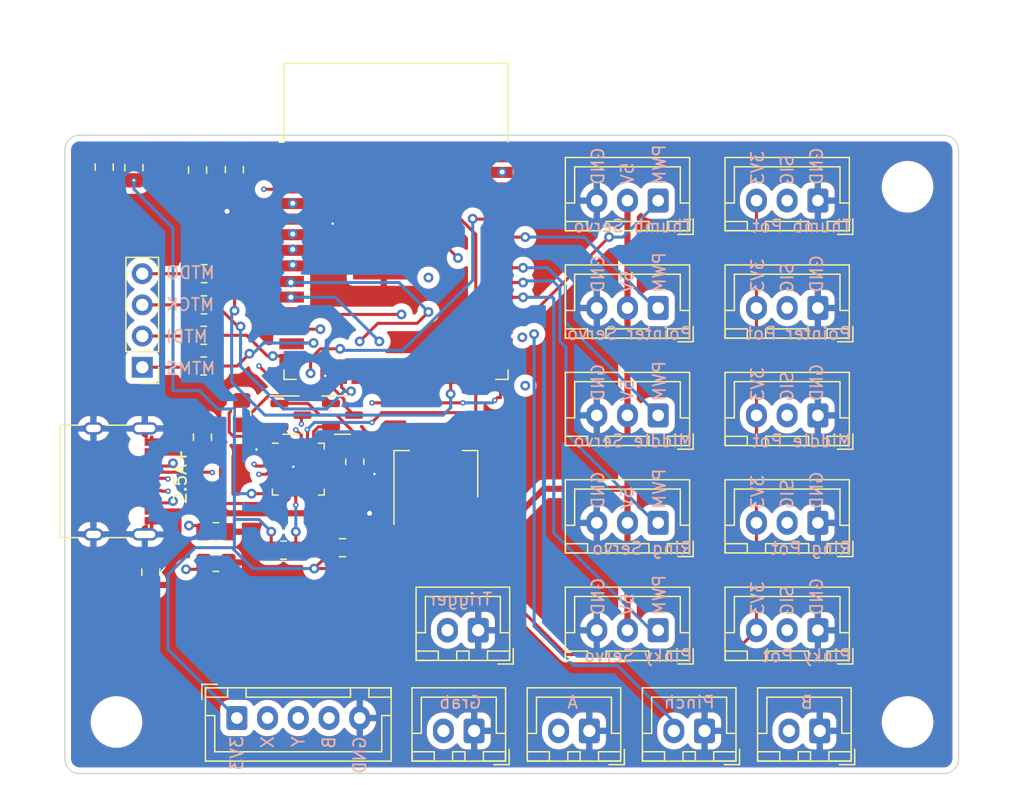
<source format=kicad_pcb>
(kicad_pcb (version 20211014) (generator pcbnew)
  (layers (0 "F.Cu" signal) (1 "In1.Cu" signal) (2 "In2.Cu" signal) (31 "B.Cu" signal) (34 "B.Paste" user) (35 "F.Paste" user) (36 "B.SilkS" user "B.Silkscreen") (37 "F.SilkS" user "F.Silkscreen") (38 "B.Mask" user) (39 "F.Mask" user) (44 "Edge.Cuts" user))
  (net 0 "")
  (net 1 "GND")
  (net 2 "BtnA")
  (net 3 "BtnB")
  (net 4 "BtnGrab")
  (net 5 "BtnPinch")
  (net 6 "BtnTrigger")
  (net 7 "+5V")
  (net 8 "+3V3")
  (net 11 "JoyX")
  (net 12 "JoyY")
  (net 13 "JoyClick")
  (net 14 "/MTMS")
  (net 15 "/MTDI")
  (net 16 "/MTCK")
  (net 17 "/MTDO")
  (net 18 "MiddlePWM")
  (net 19 "PinkyPWM")
  (net 20 "PointerPWM")
  (net 21 "JTAG_MTDO")
  (net 22 "RingPWM")
  (net 23 "MiddlePot")
  (net 24 "PinkyPot")
  (net 25 "PointerPot")
  (net 26 "RingPot")
  (net 27 "ThumbPot")
  (net 28 "ThumbPWM")
  (net 40 "Net-(J1-PadA7)")
  (net 41 "Net-(J1-PadA6)")
  (net 42 "Net-(Q1-Pad1)")
  (net 43 "Net-(Q1-Pad2)")
  (net 44 "EN")
  (net 45 "Net-(Q2-Pad1)")
  (net 46 "Net-(Q2-Pad2)")
  (net 47 "IO0")
  (net 48 "RXD")
  (net 49 "TXD")
  (net 62 "Net-(J1-PadB5)")
  (net 63 "Net-(J1-PadA5)")
  (net 64 "Net-(U3-Pad9)")
  (footprint "MountingHole:MountingHole_3.2mm_M3" (layer "F.Cu") (at 178.8 60.4)
    (fp_text reference "REF**" hide)
    (fp_text value "MountingHole_3.2mm_M3")
  )
  (footprint "Connector_JST:JST_XH_B3B-XH-A_1x03_P2.50mm_Vertical" (layer "F.Cu") (at 171.5 96.525 180)
    (fp_text reference "RV_Pinky1" hide)
    (fp_text value "Pinky Potentiometer")
  )
  (footprint "Capacitor_SMD:C_0805_2012Metric_Pad1.18x1.45mm_HandSolder" (layer "F.Cu") (at 117.2 91.8 90)
    (fp_text reference "C3" hide)
    (fp_text value "0.1uF")
  )
  (footprint "Connector_JST:JST_XH_B2B-XH-A_1x02_P2.50mm_Vertical" (layer "F.Cu") (at 152.894444 104.725 180)
    (fp_text reference "BTN_A1" hide)
    (fp_text value "Button A")
  )
  (footprint "Capacitor_SMD:C_0805_2012Metric_Pad1.18x1.45mm_HandSolder" (layer "F.Cu") (at 124 59 90)
    (fp_text reference "C2" hide)
    (fp_text value "0.1uF")
  )
  (footprint "Connector_JST:JST_XH_B3B-XH-A_1x03_P2.50mm_Vertical" (layer "F.Cu") (at 158.5 87.775 180)
    (fp_text reference "Ring_Servo1" hide)
    (fp_text value "Ring Servo")
  )
  (footprint "Resistor_SMD:R_0805_2012Metric_Pad1.20x1.40mm_HandSolder" (layer "F.Cu") (at 133.8 82.8 90)
    (fp_text reference "R3" hide)
    (fp_text value "10k")
  )
  (footprint "Capacitor_SMD:C_0805_2012Metric_Pad1.18x1.45mm_HandSolder" (layer "F.Cu") (at 121 59.0375 90)
    (fp_text reference "C1" hide)
    (fp_text value "10uF")
  )
  (footprint "Resistor_SMD:R_0805_2012Metric_Pad1.20x1.40mm_HandSolder" (layer "F.Cu") (at 121.54 67.48 180)
    (fp_text reference "R7" hide)
    (fp_text value "100")
  )
  (footprint "Connector_JST:JST_XH_B3B-XH-A_1x03_P2.50mm_Vertical" (layer "F.Cu") (at 171.5 87.775 180)
    (fp_text reference "RV_Pointer1" hide)
    (fp_text value "Pointer Potentiometer")
  )
  (footprint "Connector_JST:JST_XH_B2B-XH-A_1x02_P2.50mm_Vertical" (layer "F.Cu") (at 143.85 96.525 180)
    (fp_text reference "BTN_Trigger1" hide)
    (fp_text value "Trigger")
  )
  (footprint "Resistor_SMD:R_0805_2012Metric_Pad1.20x1.40mm_HandSolder" (layer "F.Cu") (at 122.5 88.5)
    (fp_text reference "R2" hide)
    (fp_text value "5.1k")
  )
  (footprint "Connector_JST:JST_XH_B2B-XH-A_1x02_P2.50mm_Vertical" (layer "F.Cu") (at 171.65 104.725 180)
    (fp_text reference "BTN_B1" hide)
    (fp_text value "Button B")
  )
  (footprint "Resistor_SMD:R_0805_2012Metric_Pad1.20x1.40mm_HandSolder" (layer "F.Cu") (at 121.52 70.02 180)
    (fp_text reference "R6" hide)
    (fp_text value "100")
  )
  (footprint "RF_Module:ESP32-WROOM-32" (layer "F.Cu") (at 137.16 66.21)
    (fp_text reference "U2" hide)
    (fp_text value "ESP32-WROOM-32D")
  )
  (footprint "Capacitor_SMD:C_0805_2012Metric_Pad1.18x1.45mm_HandSolder" (layer "F.Cu") (at 132.8 89.8)
    (fp_text reference "C_Out1" hide)
    (fp_text value "100uF")
  )
  (footprint "Resistor_SMD:R_0805_2012Metric_Pad1.20x1.40mm_HandSolder" (layer "F.Cu") (at 121.5 75 180)
    (fp_text reference "R4" hide)
    (fp_text value "100")
  )
  (footprint "Connector_JST:JST_XH_B5B-XH-A_1x05_P2.50mm_Vertical" (layer "F.Cu") (at 124.2 103.675)
    (fp_text reference "J2" hide)
    (fp_text value "Joystick")
  )
  (footprint "Resistor_SMD:R_0805_2012Metric_Pad1.20x1.40mm_HandSolder" (layer "F.Cu") (at 121.5 72.5 180)
    (fp_text reference "R5" hide)
    (fp_text value "100")
  )
  (footprint "MountingHole:MountingHole_3.2mm_M3" (layer "F.Cu") (at 114.4 104)
    (fp_text reference "REF**" hide)
    (fp_text value "MountingHole_3.2mm_M3")
  )
  (footprint "Connector_JST:JST_XH_B2B-XH-A_1x02_P2.50mm_Vertical" (layer "F.Cu") (at 143.516667 104.725 180)
    (fp_text reference "BTN_Grab1" hide)
    (fp_text value "Grab")
  )
  (footprint "Connector_JST:JST_XH_B3B-XH-A_1x03_P2.50mm_Vertical" (layer "F.Cu") (at 158.5 96.525 180)
    (fp_text reference "Pinky_Servo1" hide)
    (fp_text value "Pinky Servo")
  )
  (footprint "Package_TO_SOT_SMD:SOT-23" (layer "F.Cu") (at 132.8 79)
    (fp_text reference "Q1" hide)
    (fp_text value "2N7002")
  )
  (footprint "Connector_JST:JST_XH_B3B-XH-A_1x03_P2.50mm_Vertical" (layer "F.Cu") (at 171.5 70.275 180)
    (fp_text reference "RV_Ring1" hide)
    (fp_text value "Ring Potentiometer")
  )
  (footprint "Resistor_SMD:R_0805_2012Metric_Pad1.20x1.40mm_HandSolder" (layer "F.Cu") (at 124.6 78.8 90)
    (fp_text reference "R8" hide)
    (fp_text value "10k")
  )
  (footprint "Package_DFN_QFN:QFN-24-1EP_4x4mm_P0.5mm_EP2.6x2.6mm" (layer "F.Cu") (at 129.2 83.4)
    (fp_text reference "U3" hide)
    (fp_text value "CP2102N-Axx-xQFN24")
  )
  (footprint "Connector_USB:USB_C_Receptacle_XKB_U262-16XN-4BVC11" (layer "F.Cu") (at 113.6 84.4 -90)
    (fp_text reference "J1" hide)
    (fp_text value "USB_C_Receptacle_USB2.0")
  )
  (footprint "Connector_JST:JST_XH_B3B-XH-A_1x03_P2.50mm_Vertical" (layer "F.Cu") (at 158.5 70.275 180)
    (fp_text reference "Pointer_Servo1" hide)
    (fp_text value "Pointer Servo")
  )
  (footprint "Capacitor_SMD:C_0805_2012Metric_Pad1.18x1.45mm_HandSolder" (layer "F.Cu") (at 115.82 58.8375 90)
    (fp_text reference "C5" hide)
    (fp_text value "0.1uF")
  )
  (footprint "Connector_JST:JST_XH_B3B-XH-A_1x03_P2.50mm_Vertical" (layer "F.Cu") (at 158.5 79.025 180)
    (fp_text reference "Middle_Servo1" hide)
    (fp_text value "Middle Servo")
  )
  (footprint "Capacitor_SMD:C_0805_2012Metric_Pad1.18x1.45mm_HandSolder" (layer "F.Cu") (at 113.4 58.8 90)
    (fp_text reference "C4" hide)
    (fp_text value "10uF")
  )
  (footprint "Connector_JST:JST_XH_B2B-XH-A_1x02_P2.50mm_Vertical" (layer "F.Cu") (at 162.272221 104.725 180)
    (fp_text reference "BTN_Pinch1" hide)
    (fp_text value "Pinch")
  )
  (footprint "MountingHole:MountingHole_3.2mm_M3" (layer "F.Cu") (at 178.8 104)
    (fp_text reference "REF**" hide)
    (fp_text value "MountingHole_3.2mm_M3")
  )
  (footprint "Connector_PinHeader_2.54mm:PinHeader_1x04_P2.54mm_Vertical" (layer "F.Cu") (at 116.5 75.1 180)
    (fp_text reference "J_JTAG1" hide)
    (fp_text value "Conn_01x04")
  )
  (footprint "Resistor_SMD:R_0805_2012Metric_Pad1.20x1.40mm_HandSolder" (layer "F.Cu") (at 128 90)
    (fp_text reference "R9" hide)
    (fp_text value "1k")
  )
  (footprint "Resistor_SMD:R_0805_2012Metric_Pad1.20x1.40mm_HandSolder" (layer "F.Cu") (at 122.5 91)
    (fp_text reference "R1" hide)
    (fp_text value "5.1k")
  )
  (footprint "Connector_JST:JST_XH_B3B-XH-A_1x03_P2.50mm_Vertical" (layer "F.Cu") (at 171.5 61.525 180)
    (fp_text reference "RV_Thumb1" hide)
    (fp_text value "Thumb Potentiometer")
  )
  (footprint "Capacitor_SMD:C_0805_2012Metric_Pad1.18x1.45mm_HandSolder" (layer "F.Cu") (at 121.4 80.8 90)
    (fp_text reference "C_In1" hide)
    (fp_text value "10uF")
  )
  (footprint "Connector_JST:JST_XH_B3B-XH-A_1x03_P2.50mm_Vertical" (layer "F.Cu") (at 171.5 79.025 180)
    (fp_text reference "RV_Middle1" hide)
    (fp_text value "Middle Potentiometer")
  )
  (footprint "Package_TO_SOT_SMD:SOT-23" (layer "F.Cu") (at 128.6 79)
    (fp_text reference "Q2" hide)
    (fp_text value "2N7002")
  )
  (footprint "Package_TO_SOT_SMD:SOT-223" (layer "F.Cu") (at 140.4 83.8 90)
    (fp_text reference "U1" hide)
    (fp_text value "LM1117-3.3")
  )
  (footprint "Connector_JST:JST_XH_B3B-XH-A_1x03_P2.50mm_Vertical" (layer "F.Cu") (at 158.5 61.525 180)
    (fp_text reference "Thumb_Servo1" hide)
    (fp_text value "Thumb Servo")
  )
  (gr_arc (start 181.751472 56.2) (mid 182.6 56.551472) (end 182.951472 57.4) (layer "Edge.Cuts") (width 0.1))
  (gr_line (start 181.751472 56.2) (end 111.4 56.2) (layer "Edge.Cuts") (width 0.1))
  (gr_line (start 111.4 108.2) (end 181.751472 108.2) (layer "Edge.Cuts") (width 0.1))
  (gr_arc (start 182.951472 107) (mid 182.6 107.848528) (end 181.751472 108.2) (layer "Edge.Cuts") (width 0.1))
  (gr_arc (start 111.4 108.2) (mid 110.551472 107.848528) (end 110.2 107) (layer "Edge.Cuts") (width 0.1))
  (gr_line (start 182.951472 107) (end 182.951472 57.4) (layer "Edge.Cuts") (width 0.1))
  (gr_line (start 110.2 107) (end 110.2 57.4) (layer "Edge.Cuts") (width 0.1))
  (gr_arc (start 110.2 57.4) (mid 110.551472 56.551472) (end 111.4 56.2) (layer "Edge.Cuts") (width 0.1))
  (gr_text "3V3" (at 166.6 85.261905 90) (layer "B.SilkS") (effects (font (size 1 1)) (justify mirror)))
  (gr_text "GND" (at 153.6 67.490476 90) (layer "B.SilkS") (effects (font (size 1 1)) (justify mirror)))
  (gr_text "Ring Pot" (at 170.961905 89.85) (layer "B.SilkS") (effects (font (size 1 1)) (justify mirror)))
  (gr_text "Middle Servo" (at 156.438095 81.1) (layer "B.SilkS") (effects (font (size 1 1)) (justify mirror)))
  (gr_text "GND" (at 171.4 93.780953 90) (layer "B.SilkS") (effects (font (size 1 1)) (justify mirror)))
  (gr_text "PWM" (at 158.6 93.661905 90) (layer "B.SilkS") (effects (font (size 1 1)) (justify mirror)))
  (gr_text "Pointer Servo" (at 156.176191 72.35) (layer "B.SilkS") (effects (font (size 1 1)) (justify mirror)))
  (gr_text "MTDO" (at 120.423809 67.4) (layer "B.SilkS") (effects (font (size 1 1)) (justify mirror)))
  (gr_text "Ring Servo" (at 157.2 89.85) (layer "B.SilkS") (effects (font (size 1 1)) (justify mirror)))
  (gr_text "5V" (at 156 94.4 90) (layer "B.SilkS") (effects (font (size 1 1)) (justify mirror)))
  (gr_text "GND" (at 171.4 76.34762 90) (layer "B.SilkS") (effects (font (size 1 1)) (justify mirror)))
  (gr_text "Middle Pot" (at 170.2 81.1) (layer "B.SilkS") (effects (font (size 1 1)) (justify mirror)))
  (gr_text "GND" (at 134.2 106.695238 90) (layer "B.SilkS") (effects (font (size 1 1)) (justify mirror)))
  (gr_text "5V" (at 156 59.338095 90) (layer "B.SilkS") (effects (font (size 1 1)) (justify mirror)))
  (gr_text "B" (at 131.7 105.671428 90) (layer "B.SilkS") (effects (font (size 1 1)) (justify mirror)))
  (gr_text "B" (at 170.6 102.4) (layer "B.SilkS") (effects (font (size 1 1)) (justify mirror)))
  (gr_text "PWM" (at 158.6 76.228572 90) (layer "B.SilkS") (effects (font (size 1 1)) (justify mirror)))
  (gr_text "5V" (at 156 68.109523 90) (layer "B.SilkS") (effects (font (size 1 1)) (justify mirror)))
  (gr_text "PWM" (at 158.6 85 90) (layer "B.SilkS") (effects (font (size 1 1)) (justify mirror)))
  (gr_text "3V3" (at 166.6 93.92381 90) (layer "B.SilkS") (effects (font (size 1 1)) (justify mirror)))
  (gr_text "GND" (at 153.6 76.34762 90) (layer "B.SilkS") (effects (font (size 1 1)) (justify mirror)))
  (gr_text "Pointer Pot" (at 169.938095 72.35) (layer "B.SilkS") (effects (font (size 1 1)) (justify mirror)))
  (gr_text "GND" (at 153.6 58.719048 90) (layer "B.SilkS") (effects (font (size 1 1)) (justify mirror)))
  (gr_text "Thumb Servo" (at 156.438095 63.6) (layer "B.SilkS") (effects (font (size 1 1)) (justify mirror)))
  (gr_text "SIG" (at 169 67.8 90) (layer "B.SilkS") (effects (font (size 1 1)) (justify mirror)))
  (gr_text "5V" (at 156 85.738095 90) (layer "B.SilkS") (effects (font (size 1 1)) (justify mirror)))
  (gr_text "GND" (at 171.4 85.119048 90) (layer "B.SilkS") (effects (font (size 1 1)) (justify mirror)))
  (gr_text "SIG" (at 169 85.428572 90) (layer "B.SilkS") (effects (font (size 1 1)) (justify mirror)))
  (gr_text "SIG" (at 169 59.028572 90) (layer "B.SilkS") (effects (font (size 1 1)) (justify mirror)))
  (gr_text "Grab" (at 142.4 102.4) (layer "B.SilkS") (effects (font (size 1 1)) (justify mirror)))
  (gr_text "GND" (at 171.4 58.719048 90) (layer "B.SilkS") (effects (font (size 1 1)) (justify mirror)))
  (gr_text "SIG" (at 169 76.657144 90) (layer "B.SilkS") (effects (font (size 1 1)) (justify mirror)))
  (gr_text "Pinch" (at 161.033333 102.4) (layer "B.SilkS") (effects (font (size 1 1)) (justify mirror)))
  (gr_text "GND" (at 171.4 67.490476 90) (layer "B.SilkS") (effects (font (size 1 1)) (justify mirror)))
  (gr_text "Y" (at 129.2 105.6 90) (layer "B.SilkS") (effects (font (size 1 1)) (justify mirror)))
  (gr_text "3V3" (at 166.6 67.633333 90) (layer "B.SilkS") (effects (font (size 1 1)) (justify mirror)))
  (gr_text "3V3" (at 124.2 106.552381 90) (layer "B.SilkS") (effects (font (size 1 1)) (justify mirror)))
  (gr_text "Pinky Pot" (at 170.628572 98.6) (layer "B.SilkS") (effects (font (size 1 1)) (justify mirror)))
  (gr_text "Thumb Pot" (at 170.2 63.6) (layer "B.SilkS") (effects (font (size 1 1)) (justify mirror)))
  (gr_text "MTMS" (at 120.447619 75.2) (layer "B.SilkS") (effects (font (size 1 1)) (justify mirror)))
  (gr_text "Trigger" (at 142.4 94) (layer "B.SilkS") (effects (font (size 1 1)) (justify mirror)))
  (gr_text "PWM" (at 158.6 58.6 90) (layer "B.SilkS") (effects (font (size 1 1)) (justify mirror)))
  (gr_text "SIG" (at 169 94.090477 90) (layer "B.SilkS") (effects (font (size 1 1)) (justify mirror)))
  (gr_text "MTDI" (at 120.138095 72.6) (layer "B.SilkS") (effects (font (size 1 1)) (justify mirror)))
  (gr_text "Pinky Servo" (at 156.866667 98.6) (layer "B.SilkS") (effects (font (size 1 1)) (justify mirror)))
  (gr_text "GND" (at 153.6 93.780953 90) (layer "B.SilkS") (effects (font (size 1 1)) (justify mirror)))
  (gr_text "5V" (at 156 76.966667 90) (layer "B.SilkS") (effects (font (size 1 1)) (justify mirror)))
  (gr_text "3V3" (at 166.6 58.861905 90) (layer "B.SilkS") (effects (font (size 1 1)) (justify mirror)))
  (gr_text "X" (at 126.7 105.647619 90) (layer "B.SilkS") (effects (font (size 1 1)) (justify mirror)))
  (gr_text "GND" (at 153.6 85.119048 90) (layer "B.SilkS") (effects (font (size 1 1)) (justify mirror)))
  (gr_text "PWM" (at 158.6 67.371428 90) (layer "B.SilkS") (effects (font (size 1 1)) (justify mirror)))
  (gr_text "3V3" (at 166.6 76.490477 90) (layer "B.SilkS") (effects (font (size 1 1)) (justify mirror)))
  (gr_text "MTCK" (at 120.4 70) (layer "B.SilkS") (effects (font (size 1 1)) (justify mirror)))
  (gr_text "A" (at 151.538095 102.4) (layer "B.SilkS") (effects (font (size 1 1)) (justify mirror)))
  (gr_text "2.5A+" (at 119.6 84 90) (layer "F.SilkS") (effects (font (size 1 1))))
  (segment (start 127.2625 82.65) (end 126.65 82.65) (width 0.25) (layer "F.Cu") (net 1))
  (segment (start 126.65 82.65) (end 125.8 81.8) (width 0.25) (layer "F.Cu") (net 1))
  (segment (start 117.27 88.155) (end 116.705 88.72) (width 0.25) (layer "F.Cu") (net 1))
  (segment (start 135.05 86.95) (end 135 87) (width 0.25) (layer "F.Cu") (net 1))
  (segment (start 117.27 87.75) (end 117.27 88.155) (width 0.25) (layer "F.Cu") (net 1))
  (segment (start 138.1 86.95) (end 135.05 86.95) (width 0.25) (layer "F.Cu") (net 1))
  (segment (start 116.705 88.72) (end 112.525 88.72) (width 0.25) (layer "F.Cu") (net 1))
  (via (at 128.8 83.2) (size 0.45) (drill 0.2) (layers "F.Cu" "B.Cu") (net 1))
  (via (at 131.4 75.8) (size 0.45) (drill 0.2) (layers "F.Cu" "B.Cu") (net 1))
  (via (at 135 87) (size 0.8) (drill 0.4) (layers "F.Cu" "B.Cu") (net 1))
  (via (at 125.8 81.8) (size 0.45) (drill 0.2) (layers "F.Cu" "B.Cu") (net 1))
  (via (at 123.4 62.4) (size 0.8) (drill 0.4) (layers "F.Cu" "B.Cu") (net 1))
  (via (at 132 63.4) (size 0.45) (drill 0.2) (layers "F.Cu" "B.Cu") (net 1))
  (via (at 135.4 83.8) (size 0.45) (drill 0.2) (layers "F.Cu" "B.Cu") (net 1))
  (segment (start 135 84.2) (end 135.4 83.8) (width 0.25) (layer "B.Cu") (net 1))
  (segment (start 135 87) (end 135 84.2) (width 0.25) (layer "B.Cu") (net 1))
  (segment (start 131 72) (end 128.735 72) (width 0.25) (layer "F.Cu") (net 2))
  (segment (start 128.735 72) (end 128.66 71.925) (width 0.25) (layer "F.Cu") (net 2))
  (via (at 131 72) (size 0.8) (drill 0.4) (layers "F.Cu" "B.Cu") (net 2))
  (segment (start 128.729007 73.125993) (end 128.66 73.195) (width 0.25) (layer "F.Cu") (net 3))
  (segment (start 124.2245 75) (end 122.5 75) (width 0.25) (layer "F.Cu") (net 3))
  (segment (start 125.2245 74) (end 124.2245 75) (width 0.25) (layer "F.Cu") (net 3))
  (segment (start 130.449409 73.125993) (end 128.729007 73.125993) (width 0.25) (layer "F.Cu") (net 3))
  (via (at 125.2245 74) (size 0.8) (drill 0.4) (layers "F.Cu" "B.Cu") (net 3))
  (via (at 130.449409 73.125993) (size 0.8) (drill 0.4) (layers "F.Cu" "B.Cu") (net 3))
  (segment (start 125.2245 74) (end 125.5 74) (width 0.25) (layer "B.Cu") (net 3))
  (segment (start 126.374007 73.125993) (end 130.449409 73.125993) (width 0.25) (layer "B.Cu") (net 3))
  (segment (start 125.5 74) (end 126.374007 73.125993) (width 0.25) (layer "B.Cu") (net 3))
  (segment (start 122.52 70.02) (end 124.2755 71.7755) (width 0.25) (layer "F.Cu") (net 4))
  (segment (start 132.715 76.715) (end 132.715 75.465) (width 0.25) (layer "F.Cu") (net 4))
  (segment (start 124.2755 71.7755) (end 124.5 71.7755) (width 0.25) (layer "F.Cu") (net 4))
  (segment (start 133.063223 77.063223) (end 132.715 76.715) (width 0.25) (layer "F.Cu") (net 4))
  (segment (start 133.495864 77.063223) (end 133.063223 77.063223) (width 0.25) (layer "F.Cu") (net 4))
  (via (at 133.495864 77.063223) (size 0.8) (drill 0.4) (layers "F.Cu" "B.Cu") (net 4))
  (via (at 124.5 71.7755) (size 0.8) (drill 0.4) (layers "F.Cu" "B.Cu") (net 4))
  (segment (start 124.5 75.024614) (end 124.5 71.7755) (width 0.25) (layer "B.Cu") (net 4))
  (segment (start 127.975386 78.5) (end 124.5 75.024614) (width 0.25) (layer "B.Cu") (net 4))
  (segment (start 131.5 78.5) (end 127.975386 78.5) (width 0.25) (layer "B.Cu") (net 4))
  (segment (start 132.936777 77.063223) (end 131.5 78.5) (width 0.25) (layer "B.Cu") (net 4))
  (segment (start 133.495864 77.063223) (end 132.936777 77.063223) (width 0.25) (layer "B.Cu") (net 4))
  (via (at 145.8 59.2) (size 0.8) (drill 0.4) (layers "F.Cu" "B.Cu") (net 5))
  (via (at 148.4 72.4) (size 0.8) (drill 0.4) (layers "F.Cu" "B.Cu") (net 5))
  (segment (start 151.6 99.4) (end 148.4 96.2) (width 0.25) (layer "B.Cu") (net 5))
  (segment (start 159.772221 104.725) (end 159.772221 103.972221) (width 0.25) (layer "B.Cu") (net 5))
  (segment (start 159.772221 103.972221) (end 155.2 99.4) (width 0.25) (layer "B.Cu") (net 5))
  (segment (start 148.4 96.2) (end 148.4 72.4) (width 0.25) (layer "B.Cu") (net 5))
  (segment (start 155.2 99.4) (end 151.6 99.4) (width 0.25) (layer "B.Cu") (net 5))
  (segment (start 125 72.5) (end 122.5 72.5) (width 0.25) (layer "F.Cu") (net 6))
  (segment (start 126.689533 74.189533) (end 125 72.5) (width 0.25) (layer "F.Cu") (net 6))
  (segment (start 127.1245 74.189533) (end 126.689533 74.189533) (width 0.25) (layer "F.Cu") (net 6))
  (segment (start 127.1245 74.189533) (end 128.384533 74.189533) (width 0.25) (layer "F.Cu") (net 6))
  (segment (start 128.384533 74.189533) (end 128.66 74.465) (width 0.25) (layer "F.Cu") (net 6))
  (via (at 127.1245 74.189533) (size 0.8) (drill 0.4) (layers "F.Cu" "B.Cu") (net 6))
  (segment (start 130 87) (end 130.548625 86.451375) (width 0.5) (layer "F.Cu") (net 7))
  (segment (start 128.45 85.797328) (end 128.45 85.3375) (width 0.25) (layer "F.Cu") (net 7))
  (segment (start 123 86.5) (end 123.3 86.2) (width 0.25) (layer "F.Cu") (net 7))
  (segment (start 142.7 86.95) (end 147.25 86.95) (width 0.5) (layer "F.Cu") (net 7))
  (segment (start 123 86.6) (end 123 82.100978) (width 0.5) (layer "F.Cu") (net 7))
  (segment (start 141.599511 85.500489) (end 142.7 86.600978) (width 0.5) (layer "F.Cu") (net 7))
  (segment (start 123.3 86.2) (end 128.047328 86.2) (width 0.25) (layer "F.Cu") (net 7))
  (segment (start 123 86.6) (end 123.4 87) (width 0.5) (layer "F.Cu") (net 7))
  (segment (start 119.450489 86.850489) (end 123 86.850489) (width 0.5) (layer "F.Cu") (net 7))
  (segment (start 156 96.5) (end 156 85) (width 0.5) (layer "F.Cu") (net 7))
  (segment (start 142.7 86.600978) (end 142.7 86.95) (width 0.5) (layer "F.Cu") (net 7))
  (segment (start 156 85) (end 156 61.625) (width 0.5) (layer "F.Cu") (net 7))
  (segment (start 147.25 86.95) (end 149.2 85) (width 0.5) (layer "F.Cu") (net 7))
  (segment (start 123 86.850489) (end 123 86.6) (width 0.5) (layer "F.Cu") (net 7))
  (segment (start 123.050489 82.050489) (end 117.27 82.050489) (width 0.5) (layer "F.Cu") (net 7))
  (segment (start 130.548625 86.37548) (end 131.423616 85.500489) (width 0.5) (layer "F.Cu") (net 7))
  (segment (start 123 82.100978) (end 123.050489 82.050489) (width 0.5) (layer "F.Cu") (net 7))
  (segment (start 131.423616 85.500489) (end 141.599511 85.500489) (width 0.5) (layer "F.Cu") (net 7))
  (segment (start 119.450489 88.512011) (end 117.2 90.7625) (width 0.5) (layer "F.Cu") (net 7))
  (segment (start 128.047328 86.2) (end 128.45 85.797328) (width 0.25) (layer "F.Cu") (net 7))
  (segment (start 123 86.5) (end 123 86.6) (width 0.25) (layer "F.Cu") (net 7))
  (segment (start 119.450489 86.850489) (end 119.450489 88.512011) (width 0.5) (layer "F.Cu") (net 7))
  (segment (start 117.27 86.850489) (end 119.450489 86.850489) (width 0.5) (layer "F.Cu") (net 7))
  (segment (start 123.4 87) (end 130 87) (width 0.5) (layer "F.Cu") (net 7))
  (segment (start 130.548625 86.451375) (end 130.548625 86.37548) (width 0.5) (layer "F.Cu") (net 7))
  (segment (start 149.2 85) (end 156 85) (width 0.5) (layer "F.Cu") (net 7))
  (segment (start 164.525 98.5) (end 166.5 96.525) (width 0.25) (layer "F.Cu") (net 8))
  (segment (start 124.8125 59.225) (end 128.66 59.225) (width 0.25) (layer "F.Cu") (net 8))
  (segment (start 138.849022 88.6) (end 132.9625 88.6) (width 0.25) (layer "F.Cu") (net 8))
  (segment (start 124 60.0375) (end 121.0375 60.0375) (width 0.25) (layer "F.Cu") (net 8))
  (segment (start 121 60.075) (end 120.66 59.735) (width 0.25) (layer "F.Cu") (net 8))
  (segment (start 127.60625 84.99375) (end 127.2 85.4) (width 0.25) (layer "F.Cu") (net 8))
  (segment (start 166.5 96.525) (end 166.5 61.525) (width 0.25) (layer "F.Cu") (net 8))
  (segment (start 127.60625 84.99375) (end 127.2625 84.65) (width 0.25) (layer "F.Cu") (net 8))
  (segment (start 130.5 91.5) (end 144 91.5) (width 0.25) (layer "F.Cu") (net 8))
  (segment (start 120.66 59.735) (end 113.5025 59.735) (width 0.25) (layer "F.Cu") (net 8))
  (segment (start 127.95 85.3375) (end 127.60625 84.99375) (width 0.25) (layer "F.Cu") (net 8))
  (segment (start 151 98.5) (end 164.525 98.5) (width 0.25) (layer "F.Cu") (net 8))
  (segment (start 124 60.0375) (end 124.8125 59.225) (width 0.25) (layer "F.Cu") (net 8))
  (segment (start 121.0375 60.0375) (end 121 60.075) (width 0.25) (layer "F.Cu") (net 8))
  (segment (start 140.4 86.95) (end 140.4 87.049022) (width 0.25) (layer "F.Cu") (net 8))
  (segment (start 132.9625 88.6) (end 131.7625 89.8) (width 0.25) (layer "F.Cu") (net 8))
  (segment (start 131.7625 89.8) (end 131.7625 90.2375) (width 0.25) (layer "F.Cu") (net 8))
  (segment (start 140.4 87.049022) (end 138.849022 88.6) (width 0.25) (layer "F.Cu") (net 8))
  (segment (start 113.5025 59.735) (end 113.4 59.8375) (width 0.25) (layer "F.Cu") (net 8))
  (segment (start 127.2625 84.65) (end 127.2625 84.15) (width 0.25) (layer "F.Cu") (net 8))
  (segment (start 131.7625 90.2375) (end 130.5 91.5) (width 0.25) (layer "F.Cu") (net 8))
  (segment (start 127 90) (end 127 88.5) (width 0.25) (layer "F.Cu") (net 8))
  (segment (start 144 91.5) (end 151 98.5) (width 0.25) (layer "F.Cu") (net 8))
  (segment (start 127.2 85.4) (end 125.4 85.4) (width 0.25) (layer "F.Cu") (net 8))
  (via (at 127 88.5) (size 0.8) (drill 0.4) (layers "F.Cu" "B.Cu") (net 8))
  (via (at 115.82 59.875) (size 0.45) (drill 0.2) (layers "F.Cu" "B.Cu") (net 8))
  (via (at 125.4 85.4) (size 0.8) (drill 0.4) (layers "F.Cu" "B.Cu") (net 8))
  (via (at 130.5 91.5) (size 0.8) (drill 0.4) (layers "F.Cu" "B.Cu") (net 8))
  (segment (start 124 87.5) (end 124 89) (width 0.25) (layer "B.Cu") (net 8))
  (segment (start 124 89) (end 124 90) (width 0.25) (layer "B.Cu") (net 8))
  (segment (start 125.7 91.5) (end 130.5 91.5) (width 0.25) (layer "B.Cu") (net 8))
  (segment (start 120.8 89.8) (end 123.8 89.8) (width 0.25) (layer "B.Cu") (net 8))
  (segment (start 119 63.775) (end 115.82 60.595) (width 0.25) (layer "B.Cu") (net 8))
  (segment (start 122.641047 78.5) (end 121.141047 77) (width 0.25) (layer "B.Cu") (net 8))
  (segment (start 123.8 89.8) (end 124 90) (width 0.25) (layer "B.Cu") (net 8))
  (segment (start 124.2 103.675) (end 118.6 98.075) (width 0.25) (layer "B.Cu") (net 8))
  (segment (start 124 90) (end 125.5 91.5) (width 0.25) (layer "B.Cu") (net 8))
  (segment (start 121.141047 77) (end 119 77) (width 0.25) (layer "B.Cu") (net 8))
  (segment (start 126 87.5) (end 127 88.5) (width 0.25) (layer "B.Cu") (net 8))
  (segment (start 125.5 91.5) (end 125.7 91.5) (width 0.25) (layer "B.Cu") (net 8))
  (segment (start 115.82 60.595) (end 115.82 59.875) (width 0.25) (layer "B.Cu") (net 8))
  (segment (start 124 85.4) (end 124 87.5) (width 0.25) (layer "B.Cu") (net 8))
  (segment (start 119 77) (end 119 63.775) (width 0.25) (layer "B.Cu") (net 8))
  (segment (start 118.6 98.075) (end 118.6 92) (width 0.25) (layer "B.Cu") (net 8))
  (segment (start 124 78.5) (end 122.641047 78.5) (width 0.25) (layer "B.Cu") (net 8))
  (segment (start 118.6 92) (end 120.8 89.8) (width 0.25) (layer "B.Cu") (net 8))
  (segment (start 124 87.5) (end 126 87.5) (width 0.25) (layer "B.Cu") (net 8))
  (segment (start 124 85.4) (end 124 78.5) (width 0.25) (layer "B.Cu") (net 8))
  (segment (start 125.4 85.4) (end 124 85.4) (width 0.25) (layer "B.Cu") (net 8))
  (segment (start 138.875489 71.524511) (end 139.8 70.6) (width 0.25) (layer "F.Cu") (net 11))
  (segment (start 134.2 73) (end 135.675489 71.524511) (width 0.25) (layer "F.Cu") (net 11))
  (segment (start 135.675489 71.524511) (end 138.875489 71.524511) (width 0.25) (layer "F.Cu") (net 11))
  (via (at 134.2 73) (size 0.8) (drill 0.4) (layers "F.Cu" "B.Cu") (net 11))
  (via (at 139.8 70.6) (size 0.8) (drill 0.4) (layers "F.Cu" "B.Cu") (net 11))
  (via (at 128.6 68.2) (size 0.8) (drill 0.4) (layers "F.Cu" "B.Cu") (net 11))
  (segment (start 139.8 70.6) (end 137.4 68.2) (width 0.25) (layer "B.Cu") (net 11))
  (segment (start 137.4 68.2) (end 128.6 68.2) (width 0.25) (layer "B.Cu") (net 11))
  (via (at 135.8 73) (size 0.8) (drill 0.4) (layers "F.Cu" "B.Cu") (net 12))
  (via (at 128.6 69.4) (size 0.8) (drill 0.4) (layers "F.Cu" "B.Cu") (net 12))
  (segment (start 132.2 69.4) (end 128.6 69.4) (width 0.25) (layer "B.Cu") (net 12))
  (segment (start 135.8 73) (end 132.2 69.4) (width 0.25) (layer "B.Cu") (net 12))
  (segment (start 137.6 70.8) (end 128.8 70.8) (width 0.25) (layer "F.Cu") (net 13))
  (segment (start 128.8 70.8) (end 128.6 70.6) (width 0.25) (layer "F.Cu") (net 13))
  (via (at 137.6 70.8) (size 0.8) (drill 0.4) (layers "F.Cu" "B.Cu") (net 13))
  (segment (start 120.4 75.1) (end 116.5 75.1) (width 0.25) (layer "F.Cu") (net 14))
  (segment (start 120.5 75) (end 120.4 75.1) (width 0.25) (layer "F.Cu") (net 14))
  (segment (start 120.44 72.56) (end 116.5 72.56) (width 0.25) (layer "F.Cu") (net 15))
  (segment (start 120.5 72.5) (end 120.44 72.56) (width 0.25) (layer "F.Cu") (net 15))
  (segment (start 116.5 70.02) (end 120.52 70.02) (width 0.25) (layer "F.Cu") (net 16))
  (segment (start 120.54 67.48) (end 116.5 67.48) (width 0.25) (layer "F.Cu") (net 17))
  (segment (start 147.5 67) (end 145.815 67) (width 0.25) (layer "F.Cu") (net 18))
  (segment (start 145.815 67) (end 145.66 66.845) (width 0.25) (layer "F.Cu") (net 18))
  (via (at 147.5 67) (size 0.8) (drill 0.4) (layers "F.Cu" "B.Cu") (net 18))
  (segment (start 150.94952 68.44952) (end 150.94952 71.44952) (width 0.25) (layer "B.Cu") (net 18))
  (segment (start 147.5 67) (end 149.5 67) (width 0.25) (layer "B.Cu") (net 18))
  (segment (start 150.94952 71.44952) (end 158.5 79) (width 0.25) (layer "B.Cu") (net 18))
  (segment (start 149.5 67) (end 150.94952 68.44952) (width 0.25) (layer "B.Cu") (net 18))
  (segment (start 147.5 69.4) (end 145.675 69.4) (width 0.25) (layer "F.Cu") (net 19))
  (segment (start 145.675 69.4) (end 145.66 69.385) (width 0.25) (layer "F.Cu") (net 19))
  (via (at 147.5 69.4) (size 0.8) (drill 0.4) (layers "F.Cu" "B.Cu") (net 19))
  (segment (start 149.9 69.4) (end 150 69.5) (width 0.25) (layer "B.Cu") (net 19))
  (segment (start 150 69.5) (end 150 88.6) (width 0.25) (layer "B.Cu") (net 19))
  (segment (start 147.5 69.4) (end 149.9 69.4) (width 0.25) (layer "B.Cu") (net 19))
  (segment (start 150 88.6) (end 158.5 97.1) (width 0.25) (layer "B.Cu") (net 19))
  (segment (start 145.855 64.5) (end 145.66 64.305) (width 0.25) (layer "F.Cu") (net 20))
  (segment (start 147.6755 64.5) (end 145.855 64.5) (width 0.25) (layer "F.Cu") (net 20))
  (via (at 147.6755 64.5) (size 0.8) (drill 0.4) (layers "F.Cu" "B.Cu") (net 20))
  (segment (start 152.475 64.5) (end 158.5 70.525) (width 0.25) (layer "B.Cu") (net 20))
  (segment (start 147.6755 64.5) (end 152.475 64.5) (width 0.25) (layer "B.Cu") (net 20))
  (segment (start 122.54 67.48) (end 124.012299 68.952299) (width 0.25) (layer "F.Cu") (net 21))
  (segment (start 124.012299 68.952299) (end 124.012299 70.487701) (width 0.25) (layer "F.Cu") (net 21))
  (segment (start 141.605 77.2755) (end 141.605 75.465) (width 0.25) (layer "F.Cu") (net 21))
  (via (at 124.012299 70.487701) (size 0.8) (drill 0.4) (layers "F.Cu" "B.Cu") (net 21))
  (via (at 141.605 77.2755) (size 0.8) (drill 0.4) (layers "F.Cu" "B.Cu") (net 21))
  (segment (start 123.775489 76.300087) (end 123.775489 70.724511) (width 0.25) (layer "B.Cu") (net 21))
  (segment (start 126.475402 79) (end 123.775489 76.300087) (width 0.25) (layer "B.Cu") (net 21))
  (segment (start 141 79) (end 126.475402 79) (width 0.25) (layer "B.Cu") (net 21))
  (segment (start 141.605 78.395) (end 141 79) (width 0.25) (layer "B.Cu") (net 21))
  (segment (start 123.775489 70.724511) (end 124.012299 70.487701) (width 0.25) (layer "B.Cu") (net 21))
  (segment (start 141.605 77.2755) (end 141.605 78.395) (width 0.25) (layer "B.Cu") (net 21))
  (segment (start 147.5 68.2) (end 145.745 68.2) (width 0.25) (layer "F.Cu") (net 22))
  (segment (start 145.745 68.2) (end 145.66 68.115) (width 0.25) (layer "F.Cu") (net 22))
  (via (at 147.5 68.2) (size 0.8) (drill 0.4) (layers "F.Cu" "B.Cu") (net 22))
  (segment (start 151 73.5) (end 151 80.5) (width 0.25) (layer "B.Cu") (net 22))
  (segment (start 149.932141 68.067859) (end 150.5 68.635718) (width 0.25) (layer "B.Cu") (net 22))
  (segment (start 150.5 68.635718) (end 150.5 73) (width 0.25) (layer "B.Cu") (net 22))
  (segment (start 150.5 73) (end 151 73.5) (width 0.25) (layer "B.Cu") (net 22))
  (segment (start 147.632141 68.067859) (end 149.932141 68.067859) (width 0.25) (layer "B.Cu") (net 22))
  (segment (start 147.5 68.2) (end 147.632141 68.067859) (width 0.25) (layer "B.Cu") (net 22))
  (segment (start 151 80.5) (end 158.5 88) (width 0.25) (layer "B.Cu") (net 22))
  (via (at 128.75 64.25) (size 0.8) (drill 0.4) (layers "F.Cu" "B.Cu") (net 23))
  (via (at 139.8 67.8) (size 0.8) (drill 0.4) (layers "F.Cu" "B.Cu") (net 23))
  (via (at 147.436533 72.665963) (size 0.8) (drill 0.4) (layers "F.Cu" "B.Cu") (net 24))
  (via (at 147.6755 76.6) (size 0.8) (drill 0.4) (layers "F.Cu" "B.Cu") (net 24))
  (via (at 128.75 61.75) (size 0.8) (drill 0.4) (layers "F.Cu" "B.Cu") (net 24))
  (via (at 128.75 65.5) (size 0.8) (drill 0.4) (layers "F.Cu" "B.Cu") (net 25))
  (segment (start 129.91 63.035) (end 128.66 63.035) (width 0.25) (layer "F.Cu") (net 26))
  (segment (start 139.8 62.2) (end 130.745 62.2) (width 0.25) (layer "F.Cu") (net 26))
  (segment (start 130.745 62.2) (end 129.91 63.035) (width 0.25) (layer "F.Cu") (net 26))
  (segment (start 139.8 63.8) (end 139.8 62.2) (width 0.25) (layer "F.Cu") (net 26))
  (segment (start 142.2 66.2) (end 139.8 63.8) (width 0.25) (layer "F.Cu") (net 26))
  (via (at 142.2 66.2) (size 0.8) (drill 0.4) (layers "F.Cu" "B.Cu") (net 26))
  (via (at 128.75 66.75) (size 0.8) (drill 0.4) (layers "F.Cu" "B.Cu") (net 27))
  (segment (start 148.345 70.655) (end 145.66 70.655) (width 0.25) (layer "F.Cu") (net 28))
  (segment (start 154.5 64.5) (end 148.345 70.655) (width 0.25) (layer "F.Cu") (net 28))
  (via (at 154.5 64.5) (size 0.8) (drill 0.4) (layers "F.Cu" "B.Cu") (net 28))
  (segment (start 158.5 61.625) (end 155.625 64.5) (width 0.25) (layer "B.Cu") (net 28))
  (segment (start 155.625 64.5) (end 154.5 64.5) (width 0.25) (layer "B.Cu") (net 28))
  (segment (start 125.994759 83.825014) (end 126.587989 83.825014) (width 0.25) (layer "F.Cu") (net 40))
  (segment (start 117.27 83.65) (end 116.395978 83.65) (width 0.25) (layer "F.Cu") (net 40))
  (segment (start 116.370489 83.675489) (end 116.370489 84.624511) (width 0.25) (layer "F.Cu") (net 40))
  (segment (start 126.763003 83.65) (end 127.2625 83.65) (width 0.25) (layer "F.Cu") (net 40))
  (segment (start 126.587989 83.825014) (end 126.763003 83.65) (width 0.25) (layer "F.Cu") (net 40))
  (segment (start 116.370489 84.624511) (end 116.395978 84.65) (width 0.25) (layer "F.Cu") (net 40))
  (segment (start 116.395978 84.65) (end 117.27 84.65) (width 0.25) (layer "F.Cu") (net 40))
  (segment (start 117.27 83.65) (end 122.1745 83.65) (width 0.25) (layer "F.Cu") (net 40))
  (segment (start 116.395978 83.65) (end 116.370489 83.675489) (width 0.25) (layer "F.Cu") (net 40))
  (segment (start 122.1745 83.65) (end 122.2 83.6755) (width 0.25) (layer "F.Cu") (net 40))
  (via (at 125.994759 83.825014) (size 0.45) (drill 0.2) (layers "F.Cu" "B.Cu") (net 40))
  (via (at 122.2 83.6755) (size 0.45) (drill 0.2) (layers "F.Cu" "B.Cu") (net 40))
  (segment (start 118.6 85.2) (end 118.1 85.2) (width 0.25) (layer "F.Cu") (net 41))
  (segment (start 117.27 84.15) (end 118.144022 84.15) (width 0.25) (layer "F.Cu") (net 41))
  (segment (start 125.6 83) (end 125.75 83.15) (width 0.25) (layer "F.Cu") (net 41))
  (segment (start 118.05 85.15) (end 117.27 85.15) (width 0.25) (layer "F.Cu") (net 41))
  (segment (start 125.75 83.15) (end 127.2625 83.15) (width 0.25) (layer "F.Cu") (net 41))
  (segment (start 118.144022 84.15) (end 118.55 84.15) (width 0.25) (layer "F.Cu") (net 41))
  (segment (start 118.55 84.15) (end 118.6 84.2) (width 0.25) (layer "F.Cu") (net 41))
  (segment (start 118.1 85.2) (end 118.05 85.15) (width 0.25) (layer "F.Cu") (net 41))
  (via (at 118.6 85.2) (size 0.45) (drill 0.2) (layers "F.Cu" "B.Cu") (net 41))
  (via (at 118.6 84.2) (size 0.45) (drill 0.2) (layers "F.Cu" "B.Cu") (net 41))
  (via (at 125.6 83) (size 0.45) (drill 0.2) (layers "F.Cu" "B.Cu") (net 41))
  (segment (start 131.8625 78.05) (end 131.23798 77.42548) (width 0.25) (layer "F.Cu") (net 42))
  (segment (start 124.6 79.6) (end 124.6 79.8) (width 0.25) (layer "F.Cu") (net 42))
  (segment (start 126.77452 77.42548) (end 124.6 79.6) (width 0.25) (layer "F.Cu") (net 42))
  (segment (start 131.23798 77.42548) (end 126.77452 77.42548) (width 0.25) (layer "F.Cu") (net 42))
  (segment (start 132.4 82.4) (end 132.4 80.4875) (width 0.25) (layer "F.Cu") (net 43))
  (segment (start 132.4 80.4875) (end 131.8625 79.95) (width 0.25) (layer "F.Cu") (net 43))
  (segment (start 131.8625 79.95) (end 130.85 79.95) (width 0.25) (layer "F.Cu") (net 43))
  (segment (start 133.8 83.8) (end 132.4 82.4) (width 0.25) (layer "F.Cu") (net 43))
  (segment (start 130.85 79.95) (end 130.45 80.35) (width 0.25) (layer "F.Cu") (net 43))
  (segment (start 130.45 81.4625) (end 130.45 80.35) (width 0.25) (layer "F.Cu") (net 43))
  (segment (start 128.555 60.6) (end 128.66 60.495) (width 0.25) (layer "F.Cu") (net 44))
  (segment (start 126.4 60.6) (end 128.555 60.6) (width 0.25) (layer "F.Cu") (net 44))
  (segment (start 127.8 76.8) (end 126 75) (width 0.25) (layer "F.Cu") (net 44))
  (segment (start 133.7375 79) (end 132.92452 78.18702) (width 0.25) (layer "F.Cu") (net 44))
  (segment (start 132.92452 78.18702) (end 132.92452 77.703448) (width 0.25) (layer "F.Cu") (net 44))
  (segment (start 132.021072 76.8) (end 127.8 76.8) (width 0.25) (layer "F.Cu") (net 44))
  (segment (start 132.92452 77.703448) (end 132.021072 76.8) (width 0.25) (layer "F.Cu") (net 44))
  (via (at 126.4 60.6) (size 0.45) (drill 0.2) (layers "F.Cu" "B.Cu") (net 44))
  (via (at 126 75) (size 0.45) (drill 0.2) (layers "F.Cu" "B.Cu") (net 44))
  (segment (start 129.996072 78.05) (end 127.6625 78.05) (width 0.25) (layer "F.Cu") (net 45))
  (segment (start 133.8 81.8) (end 133.8 80.478928) (width 0.25) (layer "F.Cu") (net 45))
  (segment (start 130.946072 79) (end 129.996072 78.05) (width 0.25) (layer "F.Cu") (net 45))
  (segment (start 133.8 80.478928) (end 132.321072 79) (width 0.25) (layer "F.Cu") (net 45))
  (segment (start 132.321072 79) (end 130.946072 79) (width 0.25) (layer "F.Cu") (net 45))
  (segment (start 126.88798 80.72452) (end 127.6625 79.95) (width 0.25) (layer "F.Cu") (net 46))
  (segment (start 123.912027 80.72452) (end 126.88798 80.72452) (width 0.25) (layer "F.Cu") (net 46))
  (segment (start 128.45 81.4625) (end 128.45 80.7375) (width 0.25) (layer "F.Cu") (net 46))
  (segment (start 123.57548 78.82452) (end 123.57548 80.387973) (width 0.25) (layer "F.Cu") (net 46))
  (segment (start 123.57548 80.387973) (end 123.912027 80.72452) (width 0.25) (layer "F.Cu") (net 46))
  (segment (start 124.6 77.8) (end 123.57548 78.82452) (width 0.25) (layer "F.Cu") (net 46))
  (segment (start 128.45 80.7375) (end 127.6625 79.95) (width 0.25) (layer "F.Cu") (net 46))
  (segment (start 145.66 77.565) (end 145.435 77.565) (width 0.25) (layer "F.Cu") (net 47))
  (segment (start 145.435 77.565) (end 145.2 77.8) (width 0.25) (layer "F.Cu") (net 47))
  (segment (start 129.452735 79.084765) (end 129.5375 79) (width 0.25) (layer "F.Cu") (net 47))
  (segment (start 129.452735 79.734292) (end 129.452735 79.084765) (width 0.25) (layer "F.Cu") (net 47))
  (segment (start 145.66 74.465) (end 145.66 77.565) (width 0.25) (layer "F.Cu") (net 47))
  (segment (start 142.6 78) (end 135.2 78) (width 0.25) (layer "F.Cu") (net 47))
  (via (at 145.2 77.8) (size 0.45) (drill 0.2) (layers "F.Cu" "B.Cu") (net 47))
  (via (at 129.452735 79.734292) (size 0.45) (drill 0.2) (layers "F.Cu" "B.Cu") (net 47))
  (via (at 135.2 78) (size 0.45) (drill 0.2) (layers "F.Cu" "B.Cu") (net 47))
  (via (at 142.6 78) (size 0.45) (drill 0.2) (layers "F.Cu" "B.Cu") (net 47))
  (segment (start 145 78) (end 142.6 78) (width 0.25) (layer "B.Cu") (net 47))
  (segment (start 145.2 77.8) (end 145 78) (width 0.25) (layer "B.Cu") (net 47))
  (segment (start 143.649511 78.750489) (end 143.649511 64.274125) (width 0.25) (layer "F.Cu") (net 48))
  (segment (start 142.2 61.8) (end 142.235 61.765) (width 0.25) (layer "F.Cu") (net 48))
  (segment (start 143.649511 64.274125) (end 142.2 62.824614) (width 0.25) (layer "F.Cu") (net 48))
  (segment (start 135.2 79.6) (end 136 78.8) (width 0.25) (layer "F.Cu") (net 48))
  (segment (start 142.235 61.765) (end 145.66 61.765) (width 0.25) (layer "F.Cu") (net 48))
  (segment (start 142.2 62.824614) (end 142.2 61.8) (width 0.25) (layer "F.Cu") (net 48))
  (segment (start 129.928698 80.176233) (end 129.95 80.197535) (width 0.25) (layer "F.Cu") (net 48))
  (segment (start 143.6 78.8) (end 143.649511 78.750489) (width 0.25) (layer "F.Cu") (net 48))
  (segment (start 136 78.8) (end 143.6 78.8) (width 0.25) (layer "F.Cu") (net 48))
  (segment (start 129.95 80.197535) (end 129.95 81.4625) (width 0.25) (layer "F.Cu") (net 48))
  (via (at 129.928698 80.176233) (size 0.45) (drill 0.2) (layers "F.Cu" "B.Cu") (net 48))
  (via (at 135.2 79.6) (size 0.45) (drill 0.2) (layers "F.Cu" "B.Cu") (net 48))
  (segment (start 129.928698 80.176233) (end 130.504931 79.6) (width 0.25) (layer "B.Cu") (net 48))
  (segment (start 130.504931 79.6) (end 135.2 79.6) (width 0.25) (layer "B.Cu") (net 48))
  (segment (start 131 73.6) (end 132.6 73.6) (width 0.25) (layer "F.Cu") (net 49))
  (segment (start 130.2 75.6) (end 130.2 74.4) (width 0.25) (layer "F.Cu") (net 49))
  (segment (start 130.2 74.4) (end 130.8 73.8) (width 0.25) (layer "F.Cu") (net 49))
  (segment (start 129 80.2) (end 129.45 80.65) (width 0.25) (layer "F.Cu") (net 49))
  (segment (start 145.66 63.035) (end 143.435 63.035) (width 0.25) (layer "F.Cu") (net 49))
  (segment (start 129.45 80.65) (end 129.45 81.4625) (width 0.25) (layer "F.Cu") (net 49))
  (segment (start 130.8 73.8) (end 131 73.6) (width 0.25) (layer "F.Cu") (net 49))
  (via (at 130.2 75.6) (size 0.8) (drill 0.4) (layers "F.Cu" "B.Cu") (net 49))
  (via (at 129 80.2) (size 0.45) (drill 0.2) (layers "F.Cu" "B.Cu") (net 49))
  (via (at 143.4 63) (size 0.8) (drill 0.4) (layers "F.Cu" "B.Cu") (net 49))
  (via (at 132.6 73.6) (size 0.8) (drill 0.4) (layers "F.Cu" "B.Cu") (net 49))
  (segment (start 143.4 68.024614) (end 143.4 63) (width 0.25) (layer "B.Cu") (net 49))
  (segment (start 137.700103 73.724511) (end 143.4 68.024614) (width 0.25) (layer "B.Cu") (net 49))
  (segment (start 132.724511 73.724511) (end 137.700103 73.724511) (width 0.25) (layer "B.Cu") (net 49))
  (segment (start 132.6 73.6) (end 132.724511 73.724511) (width 0.25) (layer "B.Cu") (net 49))
  (segment (start 118.85 86.15) (end 117.27 86.15) (width 0.25) (layer "F.Cu") (net 62))
  (segment (start 120.937701 91.562299) (end 121.5 91) (width 0.25) (layer "F.Cu") (net 62))
  (segment (start 119 86) (end 118.85 86.15) (width 0.25) (layer "F.Cu") (net 62))
  (segment (start 120.062299 91.562299) (end 120.937701 91.562299) (width 0.25) (layer "F.Cu") (net 62))
  (via (at 120.062299 91.562299) (size 0.8) (drill 0.4) (layers "F.Cu" "B.Cu") (net 62))
  (via (at 119 86) (size 0.8) (drill 0.4) (layers "F.Cu" "B.Cu") (net 62))
  (segment (start 120.299989 88) (end 121 88) (width 0.25) (layer "F.Cu") (net 63))
  (segment (start 118.7755 83.15) (end 117.27 83.15) (width 0.25) (layer "F.Cu") (net 63))
  (segment (start 119 82.9255) (end 118.7755 83.15) (width 0.25) (layer "F.Cu") (net 63))
  (segment (start 121 88) (end 121.5 88.5) (width 0.25) (layer "F.Cu") (net 63))
  (via (at 120.299989 88) (size 0.8) (drill 0.4) (layers "F.Cu" "B.Cu") (net 63))
  (via (at 119 82.9255) (size 0.8) (drill 0.4) (layers "F.Cu" "B.Cu") (net 63))
  (segment (start 129 85.3875) (end 128.95 85.3375) (width 0.25) (layer "F.Cu") (net 64))
  (segment (start 129 86.3255) (end 129 85.3875) (width 0.25) (layer "F.Cu") (net 64))
  (segment (start 129 90) (end 129 88.5) (width 0.25) (layer "F.Cu") (net 64))
  (via (at 129 86.3255) (size 0.45) (drill 0.2) (layers "F.Cu" "B.Cu") (net 64))
  (via (at 129 88.5) (size 0.8) (drill 0.4) (layers "F.Cu" "B.Cu") (net 64))
  (segment (start 129 88.5) (end 129 86.3255) (width 0.25) (layer "B.Cu") (net 64))
  (zone (net 1) (net_name "GND") (layer "F.Cu") (connect_pads (clearance 0.508)) (min_thickness 0.254) (fill yes (thermal_gap 0.508) (thermal_bridge_width 0.508))
    (polygon (pts (xy 109.84018 56.383645) (xy 183.24018 56.183645) (xy 183.2375 108.6) (xy 109.8375 108.6)))
  )
  (zone (net 1) (net_name "GND") (layer "B.Cu") (connect_pads (clearance 0.508)) (min_thickness 0.254) (fill yes (thermal_gap 0.508) (thermal_bridge_width 0.508))
    (polygon (pts (xy 109.840194 56.388549) (xy 183.240194 56.188549) (xy 183.2375 108.6) (xy 109.8375 108.6)))
  )
)
</source>
